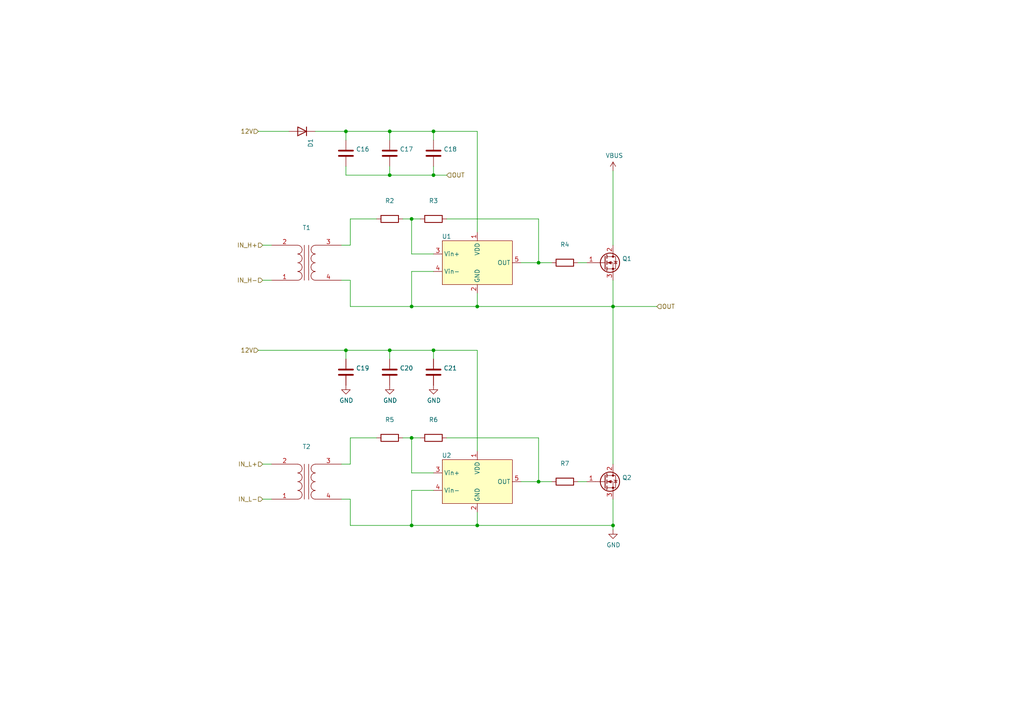
<source format=kicad_sch>
(kicad_sch (version 20211123) (generator eeschema)
  (paper "A4")
  (lib_symbols
    (symbol "Device:C" (pin_numbers hide) (pin_names (offset 0.254))
      (property "Reference" "C" (at 0.635 2.54 0))
      (property "Value" "C" (at 0.635 -2.54 0))
      (symbol "C_0_1"
        (polyline (pts (xy -2.032 -0.762) (xy 2.032 -0.762)) (stroke (width 0.508)))
        (polyline (pts (xy -2.032 0.762) (xy 2.032 0.762)) (stroke (width 0.508)))
      )
      (symbol "C_1_1"
        (pin passive line (at 0 3.81 270) (length 2.794) (name "~") (number "1"))
        (pin passive line (at 0 -3.81 90) (length 2.794) (name "~") (number "2"))
      )
    )
    (symbol "Device:D" (pin_numbers hide) (pin_names (offset 1.016) hide)
      (property "Reference" "D" (at 0 2.54 0))
      (property "Value" "D" (at 0 -2.54 0))
      (symbol "D_0_1"
        (polyline (pts (xy -1.27 1.27) (xy -1.27 -1.27)) (stroke (width 0.254)))
        (polyline (pts (xy 1.27 0) (xy -1.27 0)))
        (polyline (pts (xy 1.27 1.27) (xy 1.27 -1.27) (xy -1.27 0) (xy 1.27 1.27)) (stroke (width 0.254)))
      )
      (symbol "D_1_1"
        (pin passive line (at -3.81 0 0) (length 2.54) (name "K") (number "1"))
        (pin passive line (at 3.81 0 180) (length 2.54) (name "A") (number "2"))
      )
    )
    (symbol "Device:Q_NMOS_GDS" (pin_names (offset 0) hide)
      (property "Reference" "Q" (at 5.08 1.27 0))
      (property "Value" "Q_NMOS_GDS" (at 5.08 -1.27 0))
      (symbol "Q_NMOS_GDS_0_1"
        (polyline (pts (xy 0.254 0) (xy -2.54 0)))
        (polyline (pts (xy 0.254 1.905) (xy 0.254 -1.905)) (stroke (width 0.254)))
        (polyline (pts (xy 0.762 -1.27) (xy 0.762 -2.286)) (stroke (width 0.254)))
        (polyline (pts (xy 0.762 0.508) (xy 0.762 -0.508)) (stroke (width 0.254)))
        (polyline (pts (xy 0.762 2.286) (xy 0.762 1.27)) (stroke (width 0.254)))
        (polyline (pts (xy 2.54 2.54) (xy 2.54 1.778)))
        (polyline (pts (xy 2.54 -2.54) (xy 2.54 0) (xy 0.762 0)))
        (polyline (pts (xy 0.762 -1.778) (xy 3.302 -1.778) (xy 3.302 1.778) (xy 0.762 1.778)))
        (polyline (pts (xy 1.016 0) (xy 2.032 0.381) (xy 2.032 -0.381) (xy 1.016 0)) (fill (type outline)))
        (polyline (pts (xy 2.794 0.508) (xy 2.921 0.381) (xy 3.683 0.381) (xy 3.81 0.254)))
        (polyline (pts (xy 3.302 0.381) (xy 2.921 -0.254) (xy 3.683 -0.254) (xy 3.302 0.381)))
        (circle (center 1.651 0) (radius 2.794) (stroke (width 0.254)))
        (circle (center 2.54 -1.778) (radius 0.254) (fill (type outline)))
        (circle (center 2.54 1.778) (radius 0.254) (fill (type outline)))
      )
      (symbol "Q_NMOS_GDS_1_1"
        (pin input line (at -5.08 0 0) (length 2.54) (name "G") (number "1"))
        (pin passive line (at 2.54 5.08 270) (length 2.54) (name "D") (number "2"))
        (pin passive line (at 2.54 -5.08 90) (length 2.54) (name "S") (number "3"))
      )
    )
    (symbol "Device:R" (pin_numbers hide) (pin_names (offset 0))
      (property "Reference" "R" (at 2.032 0 90))
      (property "Value" "R" (at 0 0 90))
      (symbol "R_0_1"
        (rectangle (start -1.016 -2.54) (end 1.016 2.54) (stroke (width 0.254)))
      )
      (symbol "R_1_1"
        (pin passive line (at 0 3.81 270) (length 1.27) (name "~") (number "1"))
        (pin passive line (at 0 -3.81 90) (length 1.27) (name "~") (number "2"))
      )
    )
    (symbol "Device:Transformer_1P_1S" (pin_names (offset 1.016) hide)
      (property "Reference" "T" (at 0 6.35 0))
      (property "Value" "Transformer_1P_1S" (at 0 -7.62 0))
      (symbol "Transformer_1P_1S_0_1"
        (arc (start -2.54 -5.0546) (mid -1.6561 -4.6863) (end -1.27 -3.81))
        (arc (start -2.54 -2.5146) (mid -1.6561 -2.1463) (end -1.27 -1.27))
        (arc (start -2.54 0.0254) (mid -1.6561 0.3937) (end -1.27 1.27))
        (arc (start -2.54 2.5654) (mid -1.6561 2.9337) (end -1.27 3.81))
        (arc (start -1.27 -3.81) (mid -1.642 -2.912) (end -2.54 -2.54))
        (arc (start -1.27 -1.27) (mid -1.642 -0.372) (end -2.54 0))
        (arc (start -1.27 1.27) (mid -1.642 2.168) (end -2.54 2.54))
        (arc (start -1.27 3.81) (mid -1.642 4.708) (end -2.54 5.08))
        (polyline (pts (xy -0.635 5.08) (xy -0.635 -5.08)))
        (polyline (pts (xy 0.635 -5.08) (xy 0.635 5.08)))
        (arc (start 1.2954 -1.27) (mid 1.6599 -2.1501) (end 2.54 -2.5146))
        (arc (start 1.2954 1.27) (mid 1.6599 0.3899) (end 2.54 0.0254))
        (arc (start 1.2954 3.81) (mid 1.6599 2.9299) (end 2.54 2.5654))
        (arc (start 1.3208 -3.81) (mid 1.6853 -4.6901) (end 2.5654 -5.0546))
        (arc (start 2.54 0) (mid 1.6456 -0.3683) (end 1.2954 -1.27))
        (arc (start 2.54 2.54) (mid 1.6456 2.1717) (end 1.2954 1.27))
        (arc (start 2.54 5.08) (mid 1.6456 4.7117) (end 1.2954 3.81))
        (arc (start 2.5654 -2.54) (mid 1.671 -2.9083) (end 1.3208 -3.81))
      )
      (symbol "Transformer_1P_1S_1_1"
        (pin passive line (at -10.16 5.08 0) (length 7.62) (name "AA") (number "1"))
        (pin passive line (at -10.16 -5.08 0) (length 7.62) (name "AB") (number "2"))
        (pin passive line (at 10.16 -5.08 180) (length 7.62) (name "SA") (number "3"))
        (pin passive line (at 10.16 5.08 180) (length 7.62) (name "SB") (number "4"))
      )
    )
    (symbol "power:GND" (power) (pin_names (offset 0))
      (property "Value" "GND" (at 0 -3.81 0))
      (symbol "GND_0_1"
        (polyline (pts (xy 0 0) (xy 0 -1.27) (xy 1.27 -1.27) (xy 0 -2.54) (xy -1.27 -1.27) (xy 0 -1.27)))
      )
      (symbol "GND_1_1"
        (pin power_in line (at 0 0 270) (length 0) hide (name "GND") (number "1"))
      )
    )
    (symbol "power:VBUS" (power) (pin_names (offset 0))
      (property "Value" "VBUS" (at 0 3.81 0))
      (symbol "VBUS_0_1"
        (polyline (pts (xy -0.762 1.27) (xy 0 2.54)))
        (polyline (pts (xy 0 0) (xy 0 2.54)))
        (polyline (pts (xy 0 2.54) (xy 0.762 1.27)))
      )
      (symbol "VBUS_1_1"
        (pin power_in line (at 0 0 90) (length 0) hide (name "VBUS") (number "1"))
      )
    )
    (symbol "universal-half-bridge-parts:UCC27517"
      (property "Reference" "U" (at -8.89 7.62 0))
      (property "Value" "UCC27517" (at 7.62 7.62 0))
      (symbol "UCC27517_0_1"
        (rectangle (start -10.16 6.35) (end 10.16 -6.35) (fill (type background)))
      )
      (symbol "UCC27517_1_1"
        (pin power_in line (at 0 8.89 270) (length 2.54) (name "VDD") (number "1"))
        (pin power_in line (at 0 -8.89 90) (length 2.54) (name "GND") (number "2"))
        (pin output line (at -12.7 2.54 0) (length 2.54) (name "Vin+") (number "3"))
        (pin output line (at -12.7 -2.54 0) (length 2.54) (name "Vin-") (number "4"))
        (pin output line (at 12.7 0 180) (length 2.54) (name "OUT") (number "5"))
      )
    )
  )
  (junction (at 177.8 88.9))
  (junction (at 113.03 38.1))
  (junction (at 119.38 127))
  (junction (at 138.43 152.4))
  (junction (at 177.8 152.4))
  (junction (at 125.73 38.1))
  (junction (at 156.21 76.2))
  (junction (at 119.38 152.4))
  (junction (at 119.38 88.9))
  (junction (at 100.33 101.6))
  (junction (at 138.43 88.9))
  (junction (at 113.03 50.8))
  (junction (at 156.21 139.7))
  (junction (at 100.33 38.1))
  (junction (at 113.03 101.6))
  (junction (at 125.73 101.6))
  (junction (at 125.73 50.8))
  (junction (at 119.38 63.5))
  (wire (pts (xy 125.73 40.64) (xy 125.73 38.1)))
  (wire (pts (xy 99.06 81.28) (xy 101.6 81.28)))
  (wire (pts (xy 101.6 127) (xy 109.22 127)))
  (wire (pts (xy 101.6 81.28) (xy 101.6 88.9)))
  (wire (pts (xy 119.38 142.24) (xy 125.73 142.24)))
  (wire (pts (xy 151.13 76.2) (xy 156.21 76.2)))
  (wire (pts (xy 76.2 81.28) (xy 78.74 81.28)))
  (wire (pts (xy 74.93 101.6) (xy 100.33 101.6)))
  (wire (pts (xy 119.38 127) (xy 121.92 127)))
  (wire (pts (xy 138.43 88.9) (xy 138.43 85.09)))
  (wire (pts (xy 113.03 50.8) (xy 113.03 48.26)))
  (wire (pts (xy 167.64 76.2) (xy 170.18 76.2)))
  (wire (pts (xy 119.38 152.4) (xy 119.38 142.24)))
  (wire (pts (xy 125.73 104.14) (xy 125.73 101.6)))
  (wire (pts (xy 101.6 63.5) (xy 101.6 71.12)))
  (wire (pts (xy 101.6 134.62) (xy 99.06 134.62)))
  (wire (pts (xy 156.21 139.7) (xy 160.02 139.7)))
  (wire (pts (xy 101.6 127) (xy 101.6 134.62)))
  (wire (pts (xy 100.33 48.26) (xy 100.33 50.8)))
  (wire (pts (xy 119.38 137.16) (xy 119.38 127)))
  (wire (pts (xy 101.6 144.78) (xy 101.6 152.4)))
  (wire (pts (xy 76.2 134.62) (xy 78.74 134.62)))
  (wire (pts (xy 138.43 67.31) (xy 138.43 38.1)))
  (wire (pts (xy 177.8 81.28) (xy 177.8 88.9)))
  (wire (pts (xy 100.33 38.1) (xy 100.33 40.64)))
  (wire (pts (xy 125.73 50.8) (xy 129.54 50.8)))
  (wire (pts (xy 113.03 50.8) (xy 125.73 50.8)))
  (wire (pts (xy 167.64 139.7) (xy 170.18 139.7)))
  (wire (pts (xy 113.03 38.1) (xy 125.73 38.1)))
  (wire (pts (xy 76.2 144.78) (xy 78.74 144.78)))
  (wire (pts (xy 113.03 101.6) (xy 113.03 104.14)))
  (wire (pts (xy 177.8 88.9) (xy 138.43 88.9)))
  (wire (pts (xy 101.6 71.12) (xy 99.06 71.12)))
  (wire (pts (xy 129.54 127) (xy 156.21 127)))
  (wire (pts (xy 100.33 101.6) (xy 113.03 101.6)))
  (wire (pts (xy 138.43 152.4) (xy 138.43 148.59)))
  (wire (pts (xy 125.73 137.16) (xy 119.38 137.16)))
  (wire (pts (xy 101.6 152.4) (xy 119.38 152.4)))
  (wire (pts (xy 119.38 88.9) (xy 138.43 88.9)))
  (wire (pts (xy 177.8 49.53) (xy 177.8 71.12)))
  (wire (pts (xy 119.38 63.5) (xy 121.92 63.5)))
  (wire (pts (xy 156.21 76.2) (xy 156.21 63.5)))
  (wire (pts (xy 151.13 139.7) (xy 156.21 139.7)))
  (wire (pts (xy 99.06 144.78) (xy 101.6 144.78)))
  (wire (pts (xy 119.38 78.74) (xy 119.38 88.9)))
  (wire (pts (xy 177.8 153.67) (xy 177.8 152.4)))
  (wire (pts (xy 129.54 63.5) (xy 156.21 63.5)))
  (wire (pts (xy 119.38 73.66) (xy 125.73 73.66)))
  (wire (pts (xy 101.6 88.9) (xy 119.38 88.9)))
  (wire (pts (xy 113.03 38.1) (xy 113.03 40.64)))
  (wire (pts (xy 177.8 88.9) (xy 190.5 88.9)))
  (wire (pts (xy 177.8 144.78) (xy 177.8 152.4)))
  (wire (pts (xy 138.43 101.6) (xy 125.73 101.6)))
  (wire (pts (xy 125.73 38.1) (xy 138.43 38.1)))
  (wire (pts (xy 125.73 78.74) (xy 119.38 78.74)))
  (wire (pts (xy 177.8 152.4) (xy 138.43 152.4)))
  (wire (pts (xy 109.22 63.5) (xy 101.6 63.5)))
  (wire (pts (xy 138.43 130.81) (xy 138.43 101.6)))
  (wire (pts (xy 116.84 127) (xy 119.38 127)))
  (wire (pts (xy 100.33 101.6) (xy 100.33 104.14)))
  (wire (pts (xy 100.33 50.8) (xy 113.03 50.8)))
  (wire (pts (xy 119.38 63.5) (xy 119.38 73.66)))
  (wire (pts (xy 156.21 127) (xy 156.21 139.7)))
  (wire (pts (xy 177.8 88.9) (xy 177.8 134.62)))
  (wire (pts (xy 156.21 76.2) (xy 160.02 76.2)))
  (wire (pts (xy 100.33 38.1) (xy 113.03 38.1)))
  (wire (pts (xy 91.44 38.1) (xy 100.33 38.1)))
  (wire (pts (xy 76.2 71.12) (xy 78.74 71.12)))
  (wire (pts (xy 116.84 63.5) (xy 119.38 63.5)))
  (wire (pts (xy 113.03 101.6) (xy 125.73 101.6)))
  (wire (pts (xy 125.73 50.8) (xy 125.73 48.26)))
  (wire (pts (xy 74.93 38.1) (xy 83.82 38.1)))
  (wire (pts (xy 138.43 152.4) (xy 119.38 152.4)))
  (hierarchical_label "12V" (shape input) (at 74.93 101.6 180))
  (hierarchical_label "IN_L+" (shape input) (at 76.2 134.62 180))
  (hierarchical_label "12V" (shape input) (at 74.93 38.1 180))
  (hierarchical_label "OUT" (shape input) (at 129.54 50.8 0))
  (hierarchical_label "IN_H+" (shape input) (at 76.2 71.12 180))
  (hierarchical_label "OUT" (shape input) (at 190.5 88.9 0))
  (hierarchical_label "IN_H-" (shape input) (at 76.2 81.28 180))
  (hierarchical_label "IN_L-" (shape input) (at 76.2 144.78 180))
  (symbol (lib_id "Device:C") (at 113.03 107.95 180) (unit 1)
    (property "Reference" "C20" (at 115.951 106.7816 0) (effects (justify right)))
  )
  (symbol (lib_id "universal-half-bridge-parts:UCC27517") (at 138.43 76.2 0) (unit 1)
    (property "Reference" "U1" (at 129.54 68.58 0))
  )
  (symbol (lib_id "power:GND") (at 125.73 111.76 0) (unit 1)
    (property "Reference" "#PWR071" (effects hide))
  )
  (symbol (lib_id "Device:R") (at 125.73 63.5 270) (unit 1)
    (property "Reference" "R3" (at 125.73 58.2422 90))
  )
  (symbol (lib_id "Device:C") (at 100.33 44.45 180) (unit 1)
    (property "Reference" "C16" (at 103.251 43.2816 0) (effects (justify right)))
  )
  (symbol (lib_id "Device:Q_NMOS_GDS") (at 175.26 76.2 0) (unit 1)
    (property "Reference" "Q1" (at 180.4416 75.0316 0) (effects (justify left)))
  )
  (symbol (lib_id "power:GND") (at 113.03 111.76 0) (unit 1)
    (property "Reference" "#PWR070" (effects hide))
  )
  (symbol (lib_id "Device:R") (at 163.83 76.2 270) (unit 1)
    (property "Reference" "R4" (at 163.83 70.9422 90))
  )
  (symbol (lib_id "universal-half-bridge-parts:UCC27517") (at 138.43 139.7 0) (unit 1)
    (property "Reference" "U2" (at 129.54 132.08 0))
  )
  (symbol (lib_id "Device:C") (at 125.73 107.95 180) (unit 1)
    (property "Reference" "C21" (at 128.651 106.7816 0) (effects (justify right)))
  )
  (symbol (lib_id "Device:Transformer_1P_1S") (at 88.9 139.7 0) (mirror x) (unit 1)
    (property "Reference" "T2" (at 88.9127 129.54 0))
  )
  (symbol (lib_id "Device:Transformer_1P_1S") (at 88.9 76.2 0) (mirror x) (unit 1)
    (property "Reference" "T1" (at 88.9127 66.04 0))
  )
  (symbol (lib_id "power:GND") (at 100.33 111.76 0) (unit 1)
    (property "Reference" "#PWR069" (effects hide))
  )
  (symbol (lib_id "power:VBUS") (at 177.8 49.53 0) (unit 1)
    (property "Reference" "#PWR068" (effects hide))
  )
  (symbol (lib_id "Device:C") (at 100.33 107.95 180) (unit 1)
    (property "Reference" "C19" (at 103.251 106.7816 0) (effects (justify right)))
  )
  (symbol (lib_id "Device:R") (at 125.73 127 270) (unit 1)
    (property "Reference" "R6" (at 125.73 121.7422 90))
  )
  (symbol (lib_id "Device:R") (at 113.03 63.5 270) (unit 1)
    (property "Reference" "R2" (at 113.03 58.2422 90))
  )
  (symbol (lib_id "Device:R") (at 163.83 139.7 270) (unit 1)
    (property "Reference" "R7" (at 163.83 134.4422 90))
  )
  (symbol (lib_id "Device:C") (at 113.03 44.45 180) (unit 1)
    (property "Reference" "C17" (at 115.951 43.2816 0) (effects (justify right)))
  )
  (symbol (lib_id "Device:D") (at 87.63 38.1 180) (unit 1)
    (property "Reference" "D1" (at 90.0684 40.1066 90) (effects (justify left)))
  )
  (symbol (lib_id "Device:Q_NMOS_GDS") (at 175.26 139.7 0) (unit 1)
    (property "Reference" "Q2" (at 180.4416 138.5316 0) (effects (justify left)))
  )
  (symbol (lib_id "power:GND") (at 177.8 153.67 0) (unit 1)
    (property "Reference" "#PWR072" (effects hide))
  )
  (symbol (lib_id "Device:C") (at 125.73 44.45 180) (unit 1)
    (property "Reference" "C18" (at 128.651 43.2816 0) (effects (justify right)))
  )
  (symbol (lib_id "Device:R") (at 113.03 127 270) (unit 1)
    (property "Reference" "R5" (at 113.03 121.7422 90))
  )
)
</source>
